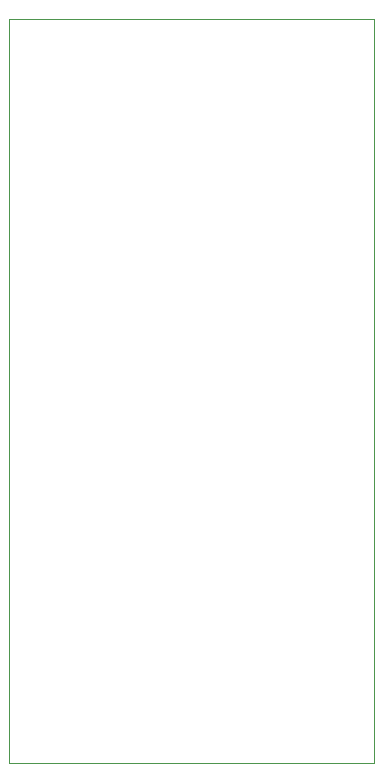
<source format=gm1>
G04 #@! TF.GenerationSoftware,KiCad,Pcbnew,5.1.8+dfsg1-1~bpo10+1*
G04 #@! TF.CreationDate,2020-12-07T14:22:28+08:00*
G04 #@! TF.ProjectId,stm32-io-extend,73746d33-322d-4696-9f2d-657874656e64,rev?*
G04 #@! TF.SameCoordinates,PX7d21b10PY76ffde0*
G04 #@! TF.FileFunction,Profile,NP*
%FSLAX46Y46*%
G04 Gerber Fmt 4.6, Leading zero omitted, Abs format (unit mm)*
G04 Created by KiCad (PCBNEW 5.1.8+dfsg1-1~bpo10+1) date 2020-12-07 14:22:28*
%MOMM*%
%LPD*%
G01*
G04 APERTURE LIST*
G04 #@! TA.AperFunction,Profile*
%ADD10C,0.050000*%
G04 #@! TD*
G04 APERTURE END LIST*
D10*
X30900000Y0D02*
X30900000Y63000000D01*
X0Y0D02*
X0Y63000000D01*
X30900000Y0D02*
X0Y0D01*
X0Y63000000D02*
X30900000Y63000000D01*
M02*

</source>
